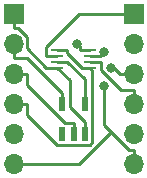
<source format=gtl>
%TF.GenerationSoftware,KiCad,Pcbnew,(5.1.6-0-10_14)*%
%TF.CreationDate,2020-09-09T09:44:54+09:00*%
%TF.ProjectId,qPCR-spi_switcher,71504352-2d73-4706-995f-737769746368,rev?*%
%TF.SameCoordinates,Original*%
%TF.FileFunction,Copper,L1,Top*%
%TF.FilePolarity,Positive*%
%FSLAX46Y46*%
G04 Gerber Fmt 4.6, Leading zero omitted, Abs format (unit mm)*
G04 Created by KiCad (PCBNEW (5.1.6-0-10_14)) date 2020-09-09 09:44:54*
%MOMM*%
%LPD*%
G01*
G04 APERTURE LIST*
%TA.AperFunction,ComponentPad*%
%ADD10O,1.700000X1.700000*%
%TD*%
%TA.AperFunction,ComponentPad*%
%ADD11R,1.700000X1.700000*%
%TD*%
%TA.AperFunction,SMDPad,CuDef*%
%ADD12R,0.590000X1.210000*%
%TD*%
%TA.AperFunction,SMDPad,CuDef*%
%ADD13R,1.120000X0.270000*%
%TD*%
%TA.AperFunction,ViaPad*%
%ADD14C,0.800000*%
%TD*%
%TA.AperFunction,Conductor*%
%ADD15C,0.250000*%
%TD*%
G04 APERTURE END LIST*
D10*
%TO.P,J1,6*%
%TO.N,SCK*%
X101600000Y-76200000D03*
%TO.P,J1,5*%
%TO.N,MISO*%
X101600000Y-73660000D03*
%TO.P,J1,4*%
%TO.N,MOSI*%
X101600000Y-71120000D03*
%TO.P,J1,3*%
%TO.N,SPI_MOSI_SWITCH*%
X101600000Y-68580000D03*
%TO.P,J1,2*%
%TO.N,VCC*%
X101600000Y-66040000D03*
D11*
%TO.P,J1,1*%
%TO.N,GND*%
X101600000Y-63500000D03*
%TD*%
%TO.P,J2,1*%
%TO.N,MOSI1*%
X111760000Y-63500000D03*
D10*
%TO.P,J2,2*%
%TO.N,MISO*%
X111760000Y-66040000D03*
%TO.P,J2,3*%
%TO.N,SCK*%
X111760000Y-68580000D03*
%TO.P,J2,4*%
%TO.N,MOSI2*%
X111760000Y-71120000D03*
%TO.P,J2,5*%
%TO.N,MISO*%
X111760000Y-73660000D03*
%TO.P,J2,6*%
%TO.N,SCK*%
X111760000Y-76200000D03*
%TD*%
D12*
%TO.P,U1,5*%
%TO.N,VCC*%
X105730000Y-71135000D03*
%TO.P,U1,4*%
%TO.N,/INV*%
X107630000Y-71135000D03*
%TO.P,U1,3*%
%TO.N,GND*%
X107630000Y-73645000D03*
%TO.P,U1,2*%
%TO.N,SPI_MOSI_SWITCH*%
X106680000Y-73645000D03*
%TO.P,U1,1*%
%TO.N,Net-(U1-Pad1)*%
X105730000Y-73645000D03*
%TD*%
D13*
%TO.P,U2,8*%
%TO.N,VCC*%
X108085000Y-66560000D03*
%TO.P,U2,7*%
%TO.N,SPI_MOSI_SWITCH*%
X108085000Y-67060000D03*
%TO.P,U2,6*%
%TO.N,MOSI2*%
X108085000Y-67560000D03*
%TO.P,U2,5*%
%TO.N,MOSI*%
X108085000Y-68060000D03*
%TO.P,U2,4*%
%TO.N,GND*%
X105275000Y-68060000D03*
%TO.P,U2,3*%
%TO.N,/INV*%
X105275000Y-67560000D03*
%TO.P,U2,2*%
%TO.N,MOSI1*%
X105275000Y-67060000D03*
%TO.P,U2,1*%
%TO.N,MOSI*%
X105275000Y-66560000D03*
%TD*%
D14*
%TO.N,SCK*%
X109843600Y-68060000D03*
X109279000Y-69605800D03*
%TO.N,SPI_MOSI_SWITCH*%
X109275000Y-66707500D03*
%TO.N,VCC*%
X107002000Y-66040000D03*
%TD*%
D15*
%TO.N,SCK*%
X109842000Y-73473900D02*
X109279000Y-72911000D01*
X109279000Y-72911000D02*
X109279000Y-69605800D01*
X111760000Y-75024700D02*
X111392700Y-75024700D01*
X111392700Y-75024700D02*
X109842000Y-73473900D01*
X109842000Y-73473900D02*
X107115900Y-76200000D01*
X107115900Y-76200000D02*
X101600000Y-76200000D01*
X111760000Y-68580000D02*
X110584700Y-68580000D01*
X109843600Y-68060000D02*
X110064700Y-68060000D01*
X110064700Y-68060000D02*
X110584700Y-68580000D01*
X111760000Y-76200000D02*
X111760000Y-75024700D01*
%TO.N,MOSI*%
X108085000Y-68060000D02*
X108250400Y-68225400D01*
X108250400Y-68225400D02*
X108250400Y-74387000D01*
X108250400Y-74387000D02*
X108062000Y-74575400D01*
X108062000Y-74575400D02*
X105275800Y-74575400D01*
X105275800Y-74575400D02*
X102775300Y-72074900D01*
X102775300Y-72074900D02*
X102775300Y-71120000D01*
X106160300Y-66560000D02*
X106160300Y-66846800D01*
X106160300Y-66846800D02*
X107373500Y-68060000D01*
X107373500Y-68060000D02*
X108085000Y-68060000D01*
X101600000Y-71120000D02*
X102775300Y-71120000D01*
X105275000Y-66560000D02*
X106160300Y-66560000D01*
%TO.N,SPI_MOSI_SWITCH*%
X108085000Y-67060000D02*
X108970300Y-67060000D01*
X108970300Y-67060000D02*
X108970300Y-67012200D01*
X108970300Y-67012200D02*
X109275000Y-66707500D01*
X106680000Y-73645000D02*
X106680000Y-72714700D01*
X101600000Y-68580000D02*
X102775300Y-68580000D01*
X102775300Y-68580000D02*
X102775300Y-69543600D01*
X102775300Y-69543600D02*
X105946400Y-72714700D01*
X105946400Y-72714700D02*
X106680000Y-72714700D01*
%TO.N,VCC*%
X105730000Y-71135000D02*
X105730000Y-70204700D01*
X101600000Y-66040000D02*
X101600000Y-67215300D01*
X101600000Y-67215300D02*
X102740600Y-67215300D01*
X102740600Y-67215300D02*
X105730000Y-70204700D01*
X107199700Y-66560000D02*
X107199700Y-66237700D01*
X107199700Y-66237700D02*
X107002000Y-66040000D01*
X108085000Y-66560000D02*
X107199700Y-66560000D01*
%TO.N,GND*%
X105275000Y-68060000D02*
X104389700Y-68060000D01*
X101600000Y-63500000D02*
X101600000Y-64675300D01*
X101600000Y-64675300D02*
X101967400Y-64675300D01*
X101967400Y-64675300D02*
X102775300Y-65483200D01*
X102775300Y-65483200D02*
X102775300Y-66445600D01*
X102775300Y-66445600D02*
X104389700Y-68060000D01*
X107630000Y-73645000D02*
X107630000Y-72699600D01*
X107630000Y-72699600D02*
X106350400Y-71420000D01*
X106350400Y-71420000D02*
X106350400Y-69135400D01*
X106350400Y-69135400D02*
X105275000Y-68060000D01*
%TO.N,MOSI1*%
X105275000Y-67060000D02*
X104389700Y-67060000D01*
X104389700Y-67060000D02*
X104389700Y-66290100D01*
X104389700Y-66290100D02*
X107179800Y-63500000D01*
X107179800Y-63500000D02*
X111760000Y-63500000D01*
%TO.N,MOSI2*%
X108970300Y-67560000D02*
X108970300Y-68254000D01*
X108970300Y-68254000D02*
X110661000Y-69944700D01*
X110661000Y-69944700D02*
X111760000Y-69944700D01*
X111760000Y-71120000D02*
X111760000Y-69944700D01*
X108085000Y-67560000D02*
X108970300Y-67560000D01*
%TO.N,/INV*%
X105275000Y-67560000D02*
X106160300Y-67560000D01*
X106160300Y-67560000D02*
X107630000Y-69029700D01*
X107630000Y-69029700D02*
X107630000Y-71135000D01*
%TD*%
M02*

</source>
